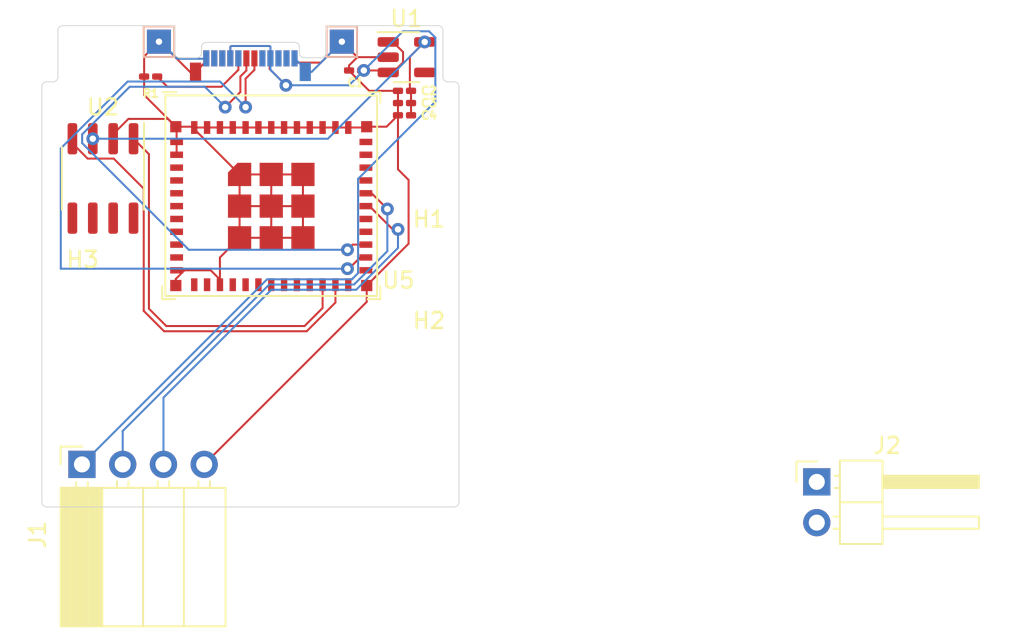
<source format=kicad_pcb>
(kicad_pcb (version 20221018) (generator pcbnew)
  (title_block (title "Expansion Card Template") (rev "X1") (company "Framework") (comment 1 "This work is licensed under a Creative Commons Attribution 4.0 International License") (comment 4 "https://frame.work"))
  (layers (0 "F.Cu" signal) (31 "B.Cu" signal) (34 "B.Paste" user) (35 "F.Paste" user) (36 "B.SilkS" user "B.Silkscreen") (37 "F.SilkS" user "F.Silkscreen") (38 "B.Mask" user) (39 "F.Mask" user) (44 "Edge.Cuts" user))
  (net 0 "")
  (net 1 "GND")
  (net 2 "+3V3")
  (net 3 "VBUS")
  (net 4 "Net-(P1-CC)")
  (net 5 "/D+")
  (net 6 "/D-")
  (net 10 "/SDA")
  (net 11 "/SCL")
  (net 17 "/NPXL")
  (net 27 "/RXD")
  (net 28 "/TXD")
  (net 33 "/CAN_TX")
  (net 34 "/CAN_RX")
  (net 36 "CAN_L")
  (net 38 "+3.3V")
  (net 39 "CAN_H")
  (footprint "Expansion_Card:USB_C_Plug_Molex_105444" (layer "F.Cu") (at 140 129)
    (fp_text reference "P1" hide)
    (fp_text value "USB_C_Plug_USB2.0")
    (fp_line (start -3.35 0) (end -4.3 0) (stroke (width 0.05)) (layer "Edge.Cuts"))
    (fp_line (start -3.05 -0.66) (end -3.05 -0.3) (stroke (width 0.05)) (layer "Edge.Cuts"))
    (fp_line (start -2.75 -0.96) (end 2.75 -0.96) (stroke (width 0.05)) (layer "Edge.Cuts"))
    (fp_line (start 3.05 -0.66) (end 3.05 -0.3) (stroke (width 0.05)) (layer "Edge.Cuts"))
    (fp_line (start 3.35 0) (end 4.3 0) (stroke (width 0.05)) (layer "Edge.Cuts"))
    (fp_arc (start -3.05 -0.66) (mid -2.962132 -0.872132) (end -2.75 -0.96) (stroke (width 0.05)) (layer "Edge.Cuts"))
    (fp_arc (start -3.05 -0.3) (mid -3.137868 -0.087868) (end -3.35 0) (stroke (width 0.05)) (layer "Edge.Cuts"))
    (fp_arc (start 2.75 -0.96) (mid 2.962132 -0.872132) (end 3.05 -0.66) (stroke (width 0.05)) (layer "Edge.Cuts"))
    (fp_arc (start 3.35 0) (mid 3.137868 -0.087868) (end 3.05 -0.3) (stroke (width 0.05)) (layer "Edge.Cuts"))
    (pad "A1" smd rect (at -2.75 0.04) (size 0.38 1) (layers "F.Cu" "F.Paste" "F.Mask") (net 1 "GND"))
    (pad "A2" smd rect (at -2.25 0.04) (size 0.38 1) (layers "F.Cu" "F.Paste" "F.Mask"))
    (pad "A3" smd rect (at -1.75 0.04) (size 0.38 1) (layers "F.Cu" "F.Paste" "F.Mask"))
    (pad "A4" smd rect (at -1.25 0.04) (size 0.38 1) (layers "F.Cu" "F.Paste" "F.Mask") (net 3 "VBUS"))
    (pad "A5" smd rect (at -0.75 0.04) (size 0.38 1) (layers "F.Cu" "F.Paste" "F.Mask") (net 4 "Net-(P1-CC)"))
    (pad "A6" smd rect (at -0.25 0.04) (size 0.38 1) (layers "F.Cu" "F.Paste" "F.Mask") (net 5 "/D+"))
    (pad "A7" smd rect (at 0.25 0.04) (size 0.38 1) (layers "F.Cu" "F.Paste" "F.Mask") (net 6 "/D-"))
    (pad "A8" smd rect (at 0.75 0.04) (size 0.38 1) (layers "F.Cu" "F.Paste" "F.Mask"))
    (pad "A9" smd rect (at 1.25 0.04) (size 0.38 1) (layers "F.Cu" "F.Paste" "F.Mask") (net 3 "VBUS"))
    (pad "A10" smd rect (at 1.75 0.04) (size 0.38 1) (layers "F.Cu" "F.Paste" "F.Mask"))
    (pad "A11" smd rect (at 2.25 0.04) (size 0.38 1) (layers "F.Cu" "F.Paste" "F.Mask"))
    (pad "A12" smd rect (at 2.75 0.04) (size 0.38 1) (layers "F.Cu" "F.Paste" "F.Mask") (net 1 "GND"))
    (pad "B1" smd rect (at 2.75 0.04) (size 0.38 1) (layers "B.Cu" "B.Paste" "B.Mask") (net 1 "GND"))
    (pad "B2" smd rect (at 2.25 0.04) (size 0.38 1) (layers "B.Cu" "B.Paste" "B.Mask"))
    (pad "B3" smd rect (at 1.75 0.04) (size 0.38 1) (layers "B.Cu" "B.Paste" "B.Mask"))
    (pad "B4" smd rect (at 1.25 0.04) (size 0.38 1) (layers "B.Cu" "B.Paste" "B.Mask") (net 3 "VBUS"))
    (pad "B5" smd rect (at 0.75 0.04) (size 0.38 1) (layers "B.Cu" "B.Paste" "B.Mask"))
    (pad "B8" smd rect (at -0.75 0.04) (size 0.38 1) (layers "B.Cu" "B.Paste" "B.Mask"))
    (pad "B9" smd rect (at -1.25 0.04) (size 0.38 1) (layers "B.Cu" "B.Paste" "B.Mask") (net 3 "VBUS"))
    (pad "B10" smd rect (at -1.75 0.04) (size 0.38 1) (layers "B.Cu" "B.Paste" "B.Mask"))
    (pad "B11" smd rect (at -2.25 0.04) (size 0.38 1) (layers "B.Cu" "B.Paste" "B.Mask"))
    (pad "B12" smd rect (at -2.75 0.04) (size 0.38 1) (layers "B.Cu" "B.Paste" "B.Mask") (net 1 "GND"))
    (pad "S1" smd rect (at -3.42 0.88) (size 0.7 1.15) (layers "F.Cu" "F.Paste" "F.Mask") (net 1 "GND"))
    (pad "S1" smd rect (at 3.42 0.88) (size 0.7 1.15) (layers "B.Cu" "B.Paste" "B.Mask") (net 1 "GND"))
  )
  (footprint "TestPoint:TestPoint_Pad_1.5x1.5mm" (layer "F.Cu") (at 134.3 128)
    (fp_text reference "TP1" hide)
    (fp_text value "TestPoint")
    (fp_line (start -0.95 -0.95) (end 0.95 -0.95) (stroke (width 0.12)) (layer "F.SilkS"))
    (fp_line (start -0.95 0.95) (end -0.95 -0.95) (stroke (width 0.12)) (layer "F.SilkS"))
    (fp_line (start 0.95 -0.95) (end 0.95 0.95) (stroke (width 0.12)) (layer "F.SilkS"))
    (fp_line (start 0.95 0.95) (end -0.95 0.95) (stroke (width 0.12)) (layer "F.SilkS"))
    (pad "1" smd rect (at 0 0) (size 1.5 1.5) (layers "F.Cu" "F.Mask") (net 1 "GND"))
  )
  (footprint "TestPoint:TestPoint_Pad_1.5x1.5mm" (layer "F.Cu") (at 145.7 128)
    (fp_text reference "TP3" hide)
    (fp_text value "TestPoint")
    (fp_line (start -0.95 -0.95) (end 0.95 -0.95) (stroke (width 0.12)) (layer "F.SilkS"))
    (fp_line (start -0.95 0.95) (end -0.95 -0.95) (stroke (width 0.12)) (layer "F.SilkS"))
    (fp_line (start 0.95 -0.95) (end 0.95 0.95) (stroke (width 0.12)) (layer "F.SilkS"))
    (fp_line (start 0.95 0.95) (end -0.95 0.95) (stroke (width 0.12)) (layer "F.SilkS"))
    (pad "1" smd rect (at 0 0) (size 1.5 1.5) (layers "F.Cu" "F.Mask") (net 1 "GND"))
  )
  (footprint "Capacitor_SMD:C_0201_0603Metric_Pad0.64x0.40mm_HandSolder" (layer "F.Cu") (at 149.606 131.064 180)
    (fp_text reference "C2" (at -1.524 0) (layer "F.SilkS") (effects (font (size 0.5 0.5) (thickness 0.125))))
    (fp_text value "10uF")
    (pad "1" smd roundrect (at -0.4075 0 180) (size 0.635 0.4) (layers "F.Cu" "F.Mask") (net 2 "+3V3"))
    (pad "2" smd roundrect (at 0.4075 0 180) (size 0.635 0.4) (layers "F.Cu" "F.Mask") (net 1 "GND"))
  )
  (footprint "Capacitor_SMD:C_0201_0603Metric_Pad0.64x0.40mm_HandSolder" (layer "F.Cu") (at 146.558 129.794 180)
    (fp_text reference "C1" (at 0 -0.762) (layer "F.SilkS") (effects (font (size 0.5 0.5) (thickness 0.125))))
    (fp_text value "10uF")
    (pad "1" smd roundrect (at -0.4075 0 180) (size 0.635 0.4) (layers "F.Cu" "F.Mask") (net 3 "VBUS"))
    (pad "2" smd roundrect (at 0.4075 0 180) (size 0.635 0.4) (layers "F.Cu" "F.Mask") (net 1 "GND"))
  )
  (footprint "Resistor_SMD:R_0201_0603Metric_Pad0.64x0.40mm_HandSolder" (layer "F.Cu") (at 133.7825 130.175 180)
    (fp_text reference "R1" (at 0 -1.05) (layer "F.SilkS") (effects (font (size 0.5 0.5) (thickness 0.125))))
    (fp_text value "5.1k")
    (pad "1" smd roundrect (at -0.4075 0 180) (size 0.635 0.4) (layers "F.Cu" "F.Mask") (net 4 "Net-(P1-CC)"))
    (pad "2" smd roundrect (at 0.4075 0 180) (size 0.635 0.4) (layers "F.Cu" "F.Mask") (net 1 "GND"))
  )
  (footprint "Capacitor_SMD:C_0201_0603Metric_Pad0.64x0.40mm_HandSolder" (layer "F.Cu") (at 149.606 131.826 180)
    (fp_text reference "C3" (at -1.524 0) (layer "F.SilkS") (effects (font (size 0.5 0.5) (thickness 0.125))))
    (fp_text value "22uF")
    (pad "1" smd roundrect (at -0.4075 0 180) (size 0.635 0.4) (layers "F.Cu" "F.Mask") (net 2 "+3V3"))
    (pad "2" smd roundrect (at 0.4075 0 180) (size 0.635 0.4) (layers "F.Cu" "F.Mask") (net 1 "GND"))
  )
  (footprint "Capacitor_SMD:C_0201_0603Metric_Pad0.64x0.40mm_HandSolder" (layer "F.Cu") (at 149.606 132.588 180)
    (fp_text reference "C4" (at -1.524 0) (layer "F.SilkS") (effects (font (size 0.5 0.5) (thickness 0.125))))
    (fp_text value "100nF")
    (pad "1" smd roundrect (at -0.4075 0 180) (size 0.635 0.4) (layers "F.Cu" "F.Mask") (net 2 "+3V3"))
    (pad "2" smd roundrect (at 0.4075 0 180) (size 0.635 0.4) (layers "F.Cu" "F.Mask") (net 1 "GND"))
  )
  (footprint "Package_TO_SOT_SMD:SOT-23-5" (layer "F.Cu") (at 149.7275 128.966)
    (fp_text reference "U1" (at 0 -2.4) (layer "F.SilkS"))
    (fp_text value "AP2112K-3.3")
    (fp_line (start 0 -1.56) (end -1.8 -1.56) (stroke (width 0.12)) (layer "F.SilkS"))
    (fp_line (start 0 -1.56) (end 0.8 -1.56) (stroke (width 0.12)) (layer "F.SilkS"))
    (fp_line (start 0 1.56) (end -0.8 1.56) (stroke (width 0.12)) (layer "F.SilkS"))
    (fp_line (start 0 1.56) (end 0.8 1.56) (stroke (width 0.12)) (layer "F.SilkS"))
    (pad "1" smd roundrect (at -1.1375 -0.95) (size 1.325 0.6) (layers "F.Cu" "F.Paste" "F.Mask") (net 3 "VBUS"))
    (pad "2" smd roundrect (at -1.1375 0) (size 1.325 0.6) (layers "F.Cu" "F.Paste" "F.Mask") (net 1 "GND"))
    (pad "3" smd roundrect (at -1.1375 0.95) (size 1.325 0.6) (layers "F.Cu" "F.Paste" "F.Mask") (net 3 "VBUS"))
    (pad "4" smd roundrect (at 1.1375 0.95) (size 1.325 0.6) (layers "F.Cu" "F.Paste" "F.Mask"))
    (pad "5" smd roundrect (at 1.1375 -0.95) (size 1.325 0.6) (layers "F.Cu" "F.Paste" "F.Mask") (net 2 "+3V3"))
  )
  (footprint "Espressif:ESP32-C3-MINI-1U" (layer "F.Cu") (at 141.3 137.55)
    (fp_text reference "U5" (at 7.925 5.325) (layer "F.SilkS"))
    (fp_text value "ESP32-C3-MINI-1")
    (fp_line (start -6.8 5.7) (end -6.8 6.5) (stroke (width 0.12)) (layer "F.SilkS"))
    (fp_line (start -6.8 6.5) (end -6 6.5) (stroke (width 0.12)) (layer "F.SilkS"))
    (fp_line (start -6.6 -6.2) (end 6.6 -6.2) (stroke (width 0.12)) (layer "F.SilkS"))
    (fp_line (start -6.6 6.3) (end -6.6 -6.2) (stroke (width 0.12)) (layer "F.SilkS"))
    (fp_line (start -5.925 -6.4) (end -6.775 -6.4) (stroke (width 0.12)) (layer "F.SilkS"))
    (fp_line (start 6.05 -6.4) (end 6.8 -6.4) (stroke (width 0.12)) (layer "F.SilkS"))
    (fp_line (start 6.6 -6.2) (end 6.6 6.3) (stroke (width 0.12)) (layer "F.SilkS"))
    (fp_line (start 6.6 6.3) (end -6.6 6.3) (stroke (width 0.12)) (layer "F.SilkS"))
    (fp_line (start 6.8 -6.4) (end 6.8 -5.75) (stroke (width 0.12)) (layer "F.SilkS"))
    (fp_line (start 6.8 5.7) (end 6.8 6.5) (stroke (width 0.12)) (layer "F.SilkS"))
    (fp_line (start 6.8 6.5) (end 6 6.5) (stroke (width 0.12)) (layer "F.SilkS"))
    (pad "1" smd rect (at -5.9 -3.3 90) (size 0.4 0.8) (layers "F.Cu" "F.Paste" "F.Mask") (net 1 "GND"))
    (pad "2" smd rect (at -5.9 -2.5 90) (size 0.4 0.8) (layers "F.Cu" "F.Paste" "F.Mask") (net 1 "GND"))
    (pad "3" smd rect (at -5.9 -1.7 90) (size 0.4 0.8) (layers "F.Cu" "F.Paste" "F.Mask") (net 38 "+3.3V"))
    (pad "4" smd rect (at -5.9 -0.9 90) (size 0.4 0.8) (layers "F.Cu" "F.Paste" "F.Mask"))
    (pad "5" smd rect (at -5.9 -0.1 90) (size 0.4 0.8) (layers "F.Cu" "F.Paste" "F.Mask"))
    (pad "6" smd rect (at -5.9 0.7 90) (size 0.4 0.8) (layers "F.Cu" "F.Paste" "F.Mask"))
    (pad "7" smd rect (at -5.9 1.5 90) (size 0.4 0.8) (layers "F.Cu" "F.Paste" "F.Mask"))
    (pad "8" smd rect (at -5.9 2.3 90) (size 0.4 0.8) (layers "F.Cu" "F.Paste" "F.Mask"))
    (pad "9" smd rect (at -5.9 3.1 90) (size 0.4 0.8) (layers "F.Cu" "F.Paste" "F.Mask"))
    (pad "10" smd rect (at -5.9 3.9 90) (size 0.4 0.8) (layers "F.Cu" "F.Paste" "F.Mask"))
    (pad "11" smd rect (at -5.9 4.7 90) (size 0.4 0.8) (layers "F.Cu" "F.Paste" "F.Mask") (net 1 "GND"))
    (pad "12" smd rect (at -4.8 5.6) (size 0.4 0.8) (layers "F.Cu" "F.Paste" "F.Mask"))
    (pad "13" smd rect (at -4 5.6) (size 0.4 0.8) (layers "F.Cu" "F.Paste" "F.Mask"))
    (pad "14" smd rect (at -3.2 5.6) (size 0.4 0.8) (layers "F.Cu" "F.Paste" "F.Mask") (net 1 "GND"))
    (pad "15" smd rect (at -2.4 5.6) (size 0.4 0.8) (layers "F.Cu" "F.Paste" "F.Mask"))
    (pad "16" smd rect (at -1.6 5.6) (size 0.4 0.8) (layers "F.Cu" "F.Paste" "F.Mask") (net 17 "/NPXL"))
    (pad "17" smd rect (at -0.8 5.6) (size 0.4 0.8) (layers "F.Cu" "F.Paste" "F.Mask"))
    (pad "18" smd rect (at 0 5.6) (size 0.4 0.8) (layers "F.Cu" "F.Paste" "F.Mask"))
    (pad "19" smd rect (at 0.8 5.6) (size 0.4 0.8) (layers "F.Cu" "F.Paste" "F.Mask"))
    (pad "20" smd rect (at 1.6 5.6) (size 0.4 0.8) (layers "F.Cu" "F.Paste" "F.Mask") (net 11 "/SCL"))
    (pad "21" smd rect (at 2.4 5.6) (size 0.4 0.8) (layers "F.Cu" "F.Paste" "F.Mask") (net 10 "/SDA"))
    (pad "22" smd rect (at 3.2 5.6) (size 0.4 0.8) (layers "F.Cu" "F.Paste" "F.Mask") (net 33 "/CAN_TX"))
    (pad "23" smd rect (at 4 5.6) (size 0.4 0.8) (layers "F.Cu" "F.Paste" "F.Mask") (net 34 "/CAN_RX"))
    (pad "24" smd rect (at 4.8 5.6) (size 0.4 0.8) (layers "F.Cu" "F.Paste" "F.Mask"))
    (pad "25" smd rect (at 5.9 4.7 90) (size 0.4 0.8) (layers "F.Cu" "F.Paste" "F.Mask"))
    (pad "26" smd rect (at 5.9 3.9 90) (size 0.4 0.8) (layers "F.Cu" "F.Paste" "F.Mask") (net 6 "/D-"))
    (pad "27" smd rect (at 5.9 3.1 90) (size 0.4 0.8) (layers "F.Cu" "F.Paste" "F.Mask") (net 5 "/D+"))
    (pad "28" smd rect (at 5.9 2.3 90) (size 0.4 0.8) (layers "F.Cu" "F.Paste" "F.Mask"))
    (pad "29" smd rect (at 5.9 1.5 90) (size 0.4 0.8) (layers "F.Cu" "F.Paste" "F.Mask"))
    (pad "30" smd rect (at 5.9 0.7 90) (size 0.4 0.8) (layers "F.Cu" "F.Paste" "F.Mask") (net 27 "/RXD"))
    (pad "31" smd rect (at 5.9 -0.1 90) (size 0.4 0.8) (layers "F.Cu" "F.Paste" "F.Mask") (net 28 "/TXD"))
    (pad "32" smd rect (at 5.9 -0.9 90) (size 0.4 0.8) (layers "F.Cu" "F.Paste" "F.Mask"))
    (pad "33" smd rect (at 5.9 -1.7 90) (size 0.4 0.8) (layers "F.Cu" "F.Paste" "F.Mask"))
    (pad "34" smd rect (at 5.9 -2.5 90) (size 0.4 0.8) (layers "F.Cu" "F.Paste" "F.Mask"))
    (pad "35" smd rect (at 5.9 -3.3 90) (size 0.4 0.8) (layers "F.Cu" "F.Paste" "F.Mask"))
    (pad "36" smd rect (at 4.8 -4.2) (size 0.4 0.8) (layers "F.Cu" "F.Paste" "F.Mask") (net 1 "GND"))
    (pad "37" smd rect (at 4 -4.2) (size 0.4 0.8) (layers "F.Cu" "F.Paste" "F.Mask") (net 1 "GND"))
    (pad "38" smd rect (at 3.2 -4.2) (size 0.4 0.8) (layers "F.Cu" "F.Paste" "F.Mask") (net 1 "GND"))
    (pad "39" smd rect (at 2.4 -4.2) (size 0.4 0.8) (layers "F.Cu" "F.Paste" "F.Mask") (net 1 "GND"))
    (pad "40" smd rect (at 1.6 -4.2) (size 0.4 0.8) (layers "F.Cu" "F.Paste" "F.Mask") (net 1 "GND"))
    (pad "41" smd rect (at 0.8 -4.2) (size 0.4 0.8) (layers "F.Cu" "F.Paste" "F.Mask") (net 1 "GND"))
    (pad "42" smd rect (at 0 -4.2) (size 0.4 0.8) (layers "F.Cu" "F.Paste" "F.Mask") (net 1 "GND"))
    (pad "43" smd rect (at -0.8 -4.2) (size 0.4 0.8) (layers "F.Cu" "F.Paste" "F.Mask") (net 1 "GND"))
    (pad "44" smd rect (at -1.6 -4.2) (size 0.4 0.8) (layers "F.Cu" "F.Paste" "F.Mask") (net 1 "GND"))
    (pad "45" smd rect (at -2.4 -4.2) (size 0.4 0.8) (layers "F.Cu" "F.Paste" "F.Mask") (net 1 "GND"))
    (pad "46" smd rect (at -3.2 -4.2) (size 0.4 0.8) (layers "F.Cu" "F.Paste" "F.Mask") (net 1 "GND"))
    (pad "47" smd rect (at -4 -4.2) (size 0.4 0.8) (layers "F.Cu" "F.Paste" "F.Mask") (net 1 "GND"))
    (pad "48" smd rect (at -4.8 -4.2) (size 0.4 0.8) (layers "F.Cu" "F.Paste" "F.Mask") (net 1 "GND"))
    (pad "49" smd custom (at -1.975 -1.275) (size 0.8 0.8) (layers "F.Cu" "F.Paste" "F.Mask") (net 1 "GND") (options (clearance outline) (anchor rect)) (primitives (gr_poly (pts (xy 0.725 0.725) (xy -0.725 0.725) (xy -0.725 -0.125) (xy -0.125 -0.725) (xy 0.725 -0.725)) (width 0) (fill yes))))
    (pad "49" smd rect (at -1.975 0.7 90) (size 1.45 1.45) (layers "F.Cu" "F.Paste" "F.Mask") (net 1 "GND"))
    (pad "49" smd rect (at -1.975 2.675 90) (size 1.45 1.45) (layers "F.Cu" "F.Paste" "F.Mask") (net 1 "GND"))
    (pad "49" smd rect (at 0 -1.275 90) (size 1.45 1.45) (layers "F.Cu" "F.Paste" "F.Mask") (net 1 "GND"))
    (pad "49" smd rect (at 0 0.7 90) (size 1.45 1.45) (layers "F.Cu" "F.Paste" "F.Mask") (net 1 "GND"))
    (pad "49" smd rect (at 0 2.675 90) (size 1.45 1.45) (layers "F.Cu" "F.Paste" "F.Mask") (net 1 "GND"))
    (pad "49" smd rect (at 1.975 -1.275 90) (size 1.45 1.45) (layers "F.Cu" "F.Paste" "F.Mask") (net 1 "GND"))
    (pad "49" smd rect (at 1.975 0.7 90) (size 1.45 1.45) (layers "F.Cu" "F.Paste" "F.Mask") (net 1 "GND"))
    (pad "49" smd rect (at 1.975 2.675 90) (size 1.45 1.45) (layers "F.Cu" "F.Paste" "F.Mask") (net 1 "GND"))
    (pad "50" smd rect (at 5.95 -4.25 90) (size 0.7 0.7) (layers "F.Cu" "F.Paste" "F.Mask") (net 1 "GND"))
    (pad "51" smd rect (at 5.95 5.65 90) (size 0.7 0.7) (layers "F.Cu" "F.Paste" "F.Mask") (net 1 "GND"))
    (pad "52" smd rect (at -5.95 5.65 90) (size 0.7 0.7) (layers "F.Cu" "F.Paste" "F.Mask") (net 1 "GND"))
    (pad "53" smd rect (at -5.95 -4.25 90) (size 0.7 0.7) (layers "F.Cu" "F.Paste" "F.Mask") (net 1 "GND"))
  )
  (footprint "Package_SO:SOIC-8_3.9x4.9mm_P1.27mm" (layer "F.Cu") (at 130.81 136.525 -90)
    (fp_text reference "U2" (at -4.445 0 -180) (layer "F.SilkS"))
    (fp_text value "SN65HVD230")
    (fp_line (start 0 -2.56) (end -3.45 -2.56) (stroke (width 0.12)) (layer "F.SilkS"))
    (fp_line (start 0 -2.56) (end 1.95 -2.56) (stroke (width 0.12)) (layer "F.SilkS"))
    (fp_line (start 0 2.56) (end -1.95 2.56) (stroke (width 0.12)) (layer "F.SilkS"))
    (fp_line (start 0 2.56) (end 1.95 2.56) (stroke (width 0.12)) (layer "F.SilkS"))
    (pad "1" smd roundrect (at -2.475 -1.905 270) (size 1.95 0.6) (layers "F.Cu" "F.Paste" "F.Mask") (net 33 "/CAN_TX"))
    (pad "2" smd roundrect (at -2.475 -0.635 270) (size 1.95 0.6) (layers "F.Cu" "F.Paste" "F.Mask") (net 1 "GND"))
    (pad "3" smd roundrect (at -2.475 0.635 270) (size 1.95 0.6) (layers "F.Cu" "F.Paste" "F.Mask") (net 2 "+3V3"))
    (pad "4" smd roundrect (at -2.475 1.905 270) (size 1.95 0.6) (layers "F.Cu" "F.Paste" "F.Mask") (net 34 "/CAN_RX"))
    (pad "5" smd roundrect (at 2.475 1.905 270) (size 1.95 0.6) (layers "F.Cu" "F.Paste" "F.Mask"))
    (pad "6" smd roundrect (at 2.475 0.635 270) (size 1.95 0.6) (layers "F.Cu" "F.Paste" "F.Mask") (net 36 "CAN_L"))
    (pad "7" smd roundrect (at 2.475 -0.635 270) (size 1.95 0.6) (layers "F.Cu" "F.Paste" "F.Mask") (net 39 "CAN_H"))
    (pad "8" smd roundrect (at 2.475 -1.905 270) (size 1.95 0.6) (layers "F.Cu" "F.Paste" "F.Mask"))
  )
  (footprint "MountingHole:MountingHole_2.2mm_M2" (layer "F.Cu") (at 151.13 135.89)
    (fp_text reference "H1" (at 0 3.175) (layer "F.SilkS"))
    (fp_text value "MountingHole")
    (pad "" np_thru_hole circle (at 0 0) (size 2.2 2.2) (drill 2.2) (layers "*.Cu" "*.Mask"))
  )
  (footprint "Connector_PinSocket_2.54mm:PinSocket_1x04_P2.54mm_Horizontal" (layer "F.Cu") (at 129.5 154.35 90)
    (fp_text reference "J1" (at -4.38 -2.77 90) (layer "F.SilkS"))
    (fp_text value "Conn_01x04")
    (fp_line (start -10.09 -1.33) (end -10.09 8.95) (stroke (width 0.12)) (layer "F.SilkS"))
    (fp_line (start -10.09 -1.33) (end -1.46 -1.33) (stroke (width 0.12)) (layer "F.SilkS"))
    (fp_line (start -10.09 -1.21) (end -1.46 -1.21) (stroke (width 0.12)) (layer "F.SilkS"))
    (fp_line (start -10.09 -1.091905) (end -1.46 -1.091905) (stroke (width 0.12)) (layer "F.SilkS"))
    (fp_line (start -10.09 -0.97381) (end -1.46 -0.97381) (stroke (width 0.12)) (layer "F.SilkS"))
    (fp_line (start -10.09 -0.855715) (end -1.46 -0.855715) (stroke (width 0.12)) (layer "F.SilkS"))
    (fp_line (start -10.09 -0.73762) (end -1.46 -0.73762) (stroke (width 0.12)) (layer "F.SilkS"))
    (fp_line (start -10.09 -0.619525) (end -1.46 -0.619525) (stroke (width 0.12)) (layer "F.SilkS"))
    (fp_line (start -10.09 -0.50143) (end -1.46 -0.50143) (stroke (width 0.12)) (layer "F.SilkS"))
    (fp_line (start -10.09 -0.383335) (end -1.46 -0.383335) (stroke (width 0.12)) (layer "F.SilkS"))
    (fp_line (start -10.09 -0.26524) (end -1.46 -0.26524) (stroke (width 0.12)) (layer "F.SilkS"))
    (fp_line (start -10.09 -0.147145) (end -1.46 -0.147145) (stroke (width 0.12)) (layer "F.SilkS"))
    (fp_line (start -10.09 -0.02905) (end -1.46 -0.02905) (stroke (width 0.12)) (layer "F.SilkS"))
    (fp_line (start -10.09 0.089045) (end -1.46 0.089045) (stroke (width 0.12)) (layer "F.SilkS"))
    (fp_line (start -10.09 0.20714) (end -1.46 0.20714) (stroke (width 0.12)) (layer "F.SilkS"))
    (fp_line (start -10.09 0.325235) (end -1.46 0.325235) (stroke (width 0.12)) (layer "F.SilkS"))
    (fp_line (start -10.09 0.44333) (end -1.46 0.44333) (stroke (width 0.12)) (layer "F.SilkS"))
    (fp_line (start -10.09 0.561425) (end -1.46 0.561425) (stroke (width 0.12)) (layer "F.SilkS"))
    (fp_line (start -10.09 0.67952) (end -1.46 0.67952) (stroke (width 0.12)) (layer "F.SilkS"))
    (fp_line (start -10.09 0.797615) (end -1.46 0.797615) (stroke (width 0.12)) (layer "F.SilkS"))
    (fp_line (start -10.09 0.91571) (end -1.46 0.91571) (stroke (width 0.12)) (layer "F.SilkS"))
    (fp_line (start -10.09 1.033805) (end -1.46 1.033805) (stroke (width 0.12)) (layer "F.SilkS"))
    (fp_line (start -10.09 1.1519) (end -1.46 1.1519) (stroke (width 0.12)) (layer "F.SilkS"))
    (fp_line (start -10.09 1.27) (end -1.46 1.27) (stroke (width 0.12)) (layer "F.SilkS"))
    (fp_line (start -10.09 3.81) (end -1.46 3.81) (stroke (width 0.12)) (layer "F.SilkS"))
    (fp_line (start -10.09 6.35) (end -1.46 6.35) (stroke (width 0.12)) (layer "F.SilkS"))
    (fp_line (start -10.09 8.95) (end -1.46 8.95) (stroke (width 0.12)) (layer "F.SilkS"))
    (fp_line (start -1.46 -1.33) (end -1.46 8.95) (stroke (width 0.12)) (layer "F.SilkS"))
    (fp_line (start -1.46 -0.36) (end -1.11 -0.36) (stroke (width 0.12)) (layer "F.SilkS"))
    (fp_line (start -1.46 0.36) (end -1.11 0.36) (stroke (width 0.12)) (layer "F.SilkS"))
    (fp_line (start -1.46 2.18) (end -1.05 2.18) (stroke (width 0.12)) (layer "F.SilkS"))
    (fp_line (start -1.46 2.9) (end -1.05 2.9) (stroke (width 0.12)) (layer "F.SilkS"))
    (fp_line (start -1.46 4.72) (end -1.05 4.72) (stroke (width 0.12)) (layer "F.SilkS"))
    (fp_line (start -1.46 5.44) (end -1.05 5.44) (stroke (width 0.12)) (layer "F.SilkS"))
    (fp_line (start -1.46 7.26) (end -1.05 7.26) (stroke (width 0.12)) (layer "F.SilkS"))
    (fp_line (start -1.46 7.98) (end -1.05 7.98) (stroke (width 0.12)) (layer "F.SilkS"))
    (fp_line (start 0 -1.33) (end 1.11 -1.33) (stroke (width 0.12)) (layer "F.SilkS"))
    (fp_line (start 1.11 -1.33) (end 1.11 0) (stroke (width 0.12)) (layer "F.SilkS"))
    (pad "1" thru_hole rect (at 0 0 90) (size 1.7 1.7) (drill 1) (layers "*.Cu" "*.Mask") (net 3 "VBUS"))
    (pad "2" thru_hole oval (at 0 2.54 90) (size 1.7 1.7) (drill 1) (layers "*.Cu" "*.Mask") (net 28 "/TXD"))
    (pad "3" thru_hole oval (at 0 5.08 90) (size 1.7 1.7) (drill 1) (layers "*.Cu" "*.Mask") (net 27 "/RXD"))
    (pad "4" thru_hole oval (at 0 7.62 90) (size 1.7 1.7) (drill 1) (layers "*.Cu" "*.Mask") (net 1 "GND"))
  )
  (footprint "Connector_PinHeader_2.54mm:PinHeader_1x02_P2.54mm_Horizontal" (layer "F.Cu") (at 175.305 155.44)
    (fp_text reference "J2" (at 4.385 -2.27) (layer "F.SilkS"))
    (fp_text value "Screw_Terminal_01x02")
    (fp_line (start -1.27 -1.27) (end 0 -1.27) (stroke (width 0.12)) (layer "F.SilkS"))
    (fp_line (start -1.27 0) (end -1.27 -1.27) (stroke (width 0.12)) (layer "F.SilkS"))
    (fp_line (start 1.042929 2.16) (end 1.44 2.16) (stroke (width 0.12)) (layer "F.SilkS"))
    (fp_line (start 1.042929 2.92) (end 1.44 2.92) (stroke (width 0.12)) (layer "F.SilkS"))
    (fp_line (start 1.11 -0.38) (end 1.44 -0.38) (stroke (width 0.12)) (layer "F.SilkS"))
    (fp_line (start 1.11 0.38) (end 1.44 0.38) (stroke (width 0.12)) (layer "F.SilkS"))
    (fp_line (start 1.44 -1.33) (end 1.44 3.87) (stroke (width 0.12)) (layer "F.SilkS"))
    (fp_line (start 1.44 1.27) (end 4.1 1.27) (stroke (width 0.12)) (layer "F.SilkS"))
    (fp_line (start 1.44 3.87) (end 4.1 3.87) (stroke (width 0.12)) (layer "F.SilkS"))
    (fp_line (start 4.1 -1.33) (end 1.44 -1.33) (stroke (width 0.12)) (layer "F.SilkS"))
    (fp_line (start 4.1 -0.38) (end 10.1 -0.38) (stroke (width 0.12)) (layer "F.SilkS"))
    (fp_line (start 4.1 -0.32) (end 10.1 -0.32) (stroke (width 0.12)) (layer "F.SilkS"))
    (fp_line (start 4.1 -0.2) (end 10.1 -0.2) (stroke (width 0.12)) (layer "F.SilkS"))
    (fp_line (start 4.1 -0.08) (end 10.1 -0.08) (stroke (width 0.12)) (layer "F.SilkS"))
    (fp_line (start 4.1 0.04) (end 10.1 0.04) (stroke (width 0.12)) (layer "F.SilkS"))
    (fp_line (start 4.1 0.16) (end 10.1 0.16) (stroke (width 0.12)) (layer "F.SilkS"))
    (fp_line (start 4.1 0.28) (end 10.1 0.28) (stroke (width 0.12)) (layer "F.SilkS"))
    (fp_line (start 4.1 2.16) (end 10.1 2.16) (stroke (width 0.12)) (layer "F.SilkS"))
    (fp_line (start 4.1 3.87) (end 4.1 -1.33) (stroke (width 0.12)) (layer "F.SilkS"))
    (fp_line (start 10.1 -0.38) (end 10.1 0.38) (stroke (width 0.12)) (layer "F.SilkS"))
    (fp_line (start 10.1 0.38) (end 4.1 0.38) (stroke (width 0.12)) (layer "F.SilkS"))
    (fp_line (start 10.1 2.16) (end 10.1 2.92) (stroke (width 0.12)) (layer "F.SilkS"))
    (fp_line (start 10.1 2.92) (end 4.1 2.92) (stroke (width 0.12)) (layer "F.SilkS"))
    (pad "1" thru_hole rect (at 0 0) (size 1.7 1.7) (drill 1) (layers "*.Cu" "*.Mask") (net 36 "CAN_L"))
    (pad "2" thru_hole oval (at 0 2.54) (size 1.7 1.7) (drill 1) (layers "*.Cu" "*.Mask") (net 39 "CAN_H"))
  )
  (footprint "MountingHole:MountingHole_2.2mm_M2" (layer "F.Cu") (at 151.13 148.59)
    (fp_text reference "H2" (at 0 -3.2) (layer "F.SilkS"))
    (fp_text value "MountingHole")
    (pad "" np_thru_hole circle (at 0 0) (size 2.2 2.2) (drill 2.2) (layers "*.Cu" "*.Mask"))
  )
  (footprint "MountingHole:MountingHole_2.2mm_M2" (layer "F.Cu") (at 129.54 144.78)
    (fp_text reference "H3" (at 0 -3.2) (layer "F.SilkS"))
    (fp_text value "MountingHole")
    (pad "" np_thru_hole circle (at 0 0) (size 2.2 2.2) (drill 2.2) (layers "*.Cu" "*.Mask"))
  )
  (footprint "TestPoint:TestPoint_Pad_1.5x1.5mm" (layer "B.Cu") (at 134.3 128)
    (fp_text reference "TP2" hide)
    (fp_text value "TestPoint")
    (fp_line (start -0.95 -0.95) (end -0.95 0.95) (stroke (width 0.12)) (layer "B.SilkS"))
    (fp_line (start -0.95 0.95) (end 0.95 0.95) (stroke (width 0.12)) (layer "B.SilkS"))
    (fp_line (start 0.95 -0.95) (end -0.95 -0.95) (stroke (width 0.12)) (layer "B.SilkS"))
    (fp_line (start 0.95 0.95) (end 0.95 -0.95) (stroke (width 0.12)) (layer "B.SilkS"))
    (pad "1" smd rect (at 0 0) (size 1.5 1.5) (layers "B.Cu" "B.Mask") (net 1 "GND"))
  )
  (footprint "TestPoint:TestPoint_Pad_1.5x1.5mm" (layer "B.Cu") (at 145.7 128)
    (fp_text reference "TP4" hide)
    (fp_text value "TestPoint")
    (fp_line (start -0.95 -0.95) (end -0.95 0.95) (stroke (width 0.12)) (layer "B.SilkS"))
    (fp_line (start -0.95 0.95) (end 0.95 0.95) (stroke (width 0.12)) (layer "B.SilkS"))
    (fp_line (start 0.95 -0.95) (end -0.95 -0.95) (stroke (width 0.12)) (layer "B.SilkS"))
    (fp_line (start 0.95 0.95) (end 0.95 -0.95) (stroke (width 0.12)) (layer "B.SilkS"))
    (pad "1" smd rect (at 0 0) (size 1.5 1.5) (layers "B.Cu" "B.Mask") (net 1 "GND"))
  )
  (gr_line (start 153 130.8) (end 153 156.7) (stroke (width 0.05)) (layer "Edge.Cuts"))
  (gr_line (start 127.3 157) (end 152.7 157) (stroke (width 0.05)) (layer "Edge.Cuts"))
  (gr_arc (start 144.7 128.7) (mid 144.612132 128.912132) (end 144.4 129) (stroke (width 0.05)) (layer "Edge.Cuts"))
  (gr_arc (start 135 127) (mid 135.212132 127.087868) (end 135.3 127.3) (stroke (width 0.05)) (layer "Edge.Cuts"))
  (gr_line (start 144.7 128.7) (end 144.7 127.3) (stroke (width 0.05)) (layer "Edge.Cuts"))
  (gr_arc (start 144.7 127.3) (mid 144.787868 127.087868) (end 145 127) (stroke (width 0.05)) (layer "Edge.Cuts"))
  (gr_line (start 135 127) (end 128.3 127) (stroke (width 0.05)) (layer "Edge.Cuts"))
  (gr_line (start 145 127) (end 151.7 127) (stroke (width 0.05)) (layer "Edge.Cuts"))
  (gr_arc (start 127.3 157) (mid 127.087868 156.912132) (end 127 156.7) (stroke (width 0.05)) (layer "Edge.Cuts"))
  (gr_line (start 144.3 129) (end 144.4 129) (stroke (width 0.05)) (layer "Edge.Cuts"))
  (gr_arc (start 128 127.3) (mid 128.087868 127.087868) (end 128.3 127) (stroke (width 0.05)) (layer "Edge.Cuts"))
  (gr_line (start 128 130.2) (end 128 127.3) (stroke (width 0.05)) (layer "Edge.Cuts"))
  (gr_arc (start 128 130.2) (mid 127.912132 130.412132) (end 127.7 130.5) (stroke (width 0.05)) (layer "Edge.Cuts"))
  (gr_arc (start 127 130.8) (mid 127.087868 130.587868) (end 127.3 130.5) (stroke (width 0.05)) (layer "Edge.Cuts"))
  (gr_line (start 127.3 130.5) (end 127.7 130.5) (stroke (width 0.05)) (layer "Edge.Cuts"))
  (gr_line (start 152 130.2) (end 152 127.3) (stroke (width 0.05)) (layer "Edge.Cuts"))
  (gr_arc (start 152.7 130.5) (mid 152.912132 130.587868) (end 153 130.8) (stroke (width 0.05)) (layer "Edge.Cuts"))
  (gr_arc (start 152.3 130.5) (mid 152.087868 130.412132) (end 152 130.2) (stroke (width 0.05)) (layer "Edge.Cuts"))
  (gr_line (start 152.3 130.5) (end 152.7 130.5) (stroke (width 0.05)) (layer "Edge.Cuts"))
  (gr_arc (start 153 156.7) (mid 152.912132 156.912132) (end 152.7 157) (stroke (width 0.05)) (layer "Edge.Cuts"))
  (gr_arc (start 151.7 127) (mid 151.912132 127.087868) (end 152 127.3) (stroke (width 0.05)) (layer "Edge.Cuts"))
  (gr_line (start 135.6 129) (end 135.7 129) (stroke (width 0.05)) (layer "Edge.Cuts"))
  (gr_line (start 135.3 128.7) (end 135.3 127.3) (stroke (width 0.05)) (layer "Edge.Cuts"))
  (gr_line (start 127 130.8) (end 127 156.7) (stroke (width 0.05)) (layer "Edge.Cuts"))
  (gr_arc (start 135.6 129) (mid 135.387868 128.912132) (end 135.3 128.7) (stroke (width 0.05)) (layer "Edge.Cuts"))
  (segment (start 135.89 142.25) (end 135.4 142.25) (width 0.125) (layer "F.Cu") (net 1))
  (segment (start 135.4 133.35) (end 135.35 133.3) (width 0.125) (layer "F.Cu") (net 1))
  (segment (start 137.25 129.21) (end 136.58 129.88) (width 0.125) (layer "F.Cu") (net 1))
  (segment (start 148.4865 133.3) (end 149.1985 132.588) (width 0.125) (layer "F.Cu") (net 1))
  (segment (start 133.375 128.925) (end 133.375 129.54) (width 0.125) (layer "F.Cu") (net 1))
  (segment (start 147.25 143.2) (end 149.86 140.59) (width 0.125) (layer "F.Cu") (net 1))
  (segment (start 138.1 141.45) (end 138.1 143.15) (width 0.125) (layer "F.Cu") (net 1))
  (segment (start 139.325 140.225) (end 143.275 140.225) (width 0.125) (layer "F.Cu") (net 1))
  (segment (start 136.5 133.45) (end 136.5 133.35) (width 0.125) (layer "F.Cu") (net 1))
  (segment (start 139.325 136.275) (end 143.275 136.275) (width 0.125) (layer "F.Cu") (net 1))
  (segment (start 147.2 133.35) (end 147.25 133.3) (width 0.125) (layer "F.Cu") (net 1))
  (segment (start 147.25 133.3) (end 148.4865 133.3) (width 0.125) (layer "F.Cu") (net 1))
  (segment (start 134.3 128) (end 134.35 128) (width 0.125) (layer "F.Cu") (net 1))
  (segment (start 149.1985 131.064) (end 147.405348 131.064) (width 0.125) (layer "F.Cu") (net 1))
  (segment (start 138.1 143.15) (end 138.1 142.825) (width 0.125) (layer "F.Cu") (net 1))
  (segment (start 138.1 142.825) (end 137.525 142.25) (width 0.125) (layer "F.Cu") (net 1))
  (segment (start 146.666 128.966) (end 145.7 128) (width 0.125) (layer "F.Cu") (net 1))
  (segment (start 146.1505 129.794) (end 146.1505 129.4815) (width 0.125) (layer "F.Cu") (net 1))
  (segment (start 149.86 140.59) (end 149.86 136.617577) (width 0.125) (layer "F.Cu") (net 1))
  (segment (start 147.405348 131.064) (end 146.1505 129.809152) (width 0.125) (layer "F.Cu") (net 1))
  (segment (start 139.325 136.275) (end 136.5 133.45) (width 0.125) (layer "F.Cu") (net 1))
  (segment (start 136.23 129.88) (end 136.58 129.88) (width 0.125) (layer "F.Cu") (net 1))
  (segment (start 141.3 136.275) (end 141.3 140.225) (width 0.125) (layer "F.Cu") (net 1))
  (segment (start 131.445 134.05) (end 131.445 133.761637) (width 0.125) (layer "F.Cu") (net 1))
  (segment (start 149.86 136.617577) (end 149.1985 135.956077) (width 0.125) (layer "F.Cu") (net 1))
  (segment (start 139.325 140.225) (end 139.325 136.275) (width 0.125) (layer "F.Cu") (net 1))
  (segment (start 137.12 154.35) (end 147.25 144.22) (width 0.125) (layer "F.Cu") (net 1))
  (segment (start 137.525 142.25) (end 135.89 142.25) (width 0.125) (layer "F.Cu") (net 1))
  (segment (start 134.8625 132.8125) (end 135.35 133.3) (width 0.125) (layer "F.Cu") (net 1))
  (segment (start 149.1985 131.826) (end 149.1985 131.064) (width 0.125) (layer "F.Cu") (net 1))
  (segment (start 149.1985 135.956077) (end 149.1985 132.588) (width 0.125) (layer "F.Cu") (net 1))
  (segment (start 149.1985 131.826) (end 149.1985 132.588) (width 0.125) (layer "F.Cu") (net 1))
  (segment (start 135.35 142.79) (end 135.35 143.2) (width 0.125) (layer "F.Cu") (net 1))
  (segment (start 142.75 129.04) (end 142.75 129.305) (width 0.125) (layer "F.Cu") (net 1))
  (segment (start 133.375 129.54) (end 133.375 131.325) (width 0.125) (layer "F.Cu") (net 1))
  (segment (start 131.445 133.761637) (end 132.394137 132.8125) (width 0.125) (layer "F.Cu") (net 1))
  (segment (start 134.3 128) (end 133.375 128.925) (width 0.125) (layer "F.Cu") (net 1))
  (segment (start 146.1505 129.4815) (end 146.666 128.966) (width 0.125) (layer "F.Cu") (net 1))
  (segment (start 139.325 140.225) (end 138.1 141.45) (width 0.125) (layer "F.Cu") (net 1))
  (segment (start 136.5 133.35) (end 147.2 133.35) (width 0.125) (layer "F.Cu") (net 1))
  (segment (start 146.1505 129.809152) (end 146.1505 129.794) (width 0.125) (layer "F.Cu") (net 1))
  (segment (start 144.395 129.305) (end 145.7 128) (width 0.125) (layer "F.Cu") (net 1))
  (segment (start 137.25 129.04) (end 137.25 129.21) (width 0.125) (layer "F.Cu") (net 1))
  (segment (start 135.4 135.05) (end 135.4 133.35) (width 0.125) (layer "F.Cu") (net 1))
  (segment (start 134.35 128) (end 136.23 129.88) (width 0.125) (layer "F.Cu") (net 1))
  (segment (start 133.375 131.325) (end 135.35 133.3) (width 0.125) (layer "F.Cu") (net 1))
  (segment (start 136.45 133.3) (end 136.5 133.35) (width 0.125) (layer "F.Cu") (net 1))
  (segment (start 143.275 140.225) (end 143.275 136.275) (width 0.125) (layer "F.Cu") (net 1))
  (segment (start 135.35 133.3) (end 136.45 133.3) (width 0.125) (layer "F.Cu") (net 1))
  (segment (start 136.5 129.96) (end 136.58 129.88) (width 0.125) (layer "F.Cu") (net 1))
  (segment (start 142.75 129.305) (end 144.395 129.305) (width 0.125) (layer "F.Cu") (net 1))
  (segment (start 139.325 138.25) (end 143.275 138.25) (width 0.125) (layer "F.Cu") (net 1))
  (segment (start 147.25 144.22) (end 147.25 143.2) (width 0.125) (layer "F.Cu") (net 1))
  (segment (start 135.89 142.25) (end 135.35 142.79) (width 0.125) (layer "F.Cu") (net 1))
  (segment (start 132.394137 132.8125) (end 134.8625 132.8125) (width 0.125) (layer "F.Cu") (net 1))
  (segment (start 148.59 128.966) (end 146.666 128.966) (width 0.125) (layer "F.Cu") (net 1))
  (via (at 145.7 128) (size 0.8) (drill 0.4) (layers "F.Cu" "B.Cu") (net 1))
  (via (at 134.3 128) (size 0.8) (drill 0.4) (layers "F.Cu" "B.Cu") (net 1))
  (segment (start 143.82 129.88) (end 145.7 128) (width 0.125) (layer "B.Cu") (net 1))
  (segment (start 134.3 128) (end 134.384352 128) (width 0.125) (layer "B.Cu") (net 1))
  (segment (start 137.226033 129.063967) (end 137.25 129.04) (width 0.125) (layer "B.Cu") (net 1))
  (segment (start 143.42 129.71) (end 142.75 129.04) (width 0.125) (layer "B.Cu") (net 1))
  (segment (start 143.42 129.88) (end 143.42 129.71) (width 0.125) (layer "B.Cu") (net 1))
  (segment (start 134.384352 128) (end 135.448319 129.063967) (width 0.125) (layer "B.Cu") (net 1))
  (segment (start 143.42 129.88) (end 143.82 129.88) (width 0.125) (layer "B.Cu") (net 1))
  (segment (start 135.448319 129.063967) (end 137.226033 129.063967) (width 0.125) (layer "B.Cu") (net 1))
  (segment (start 149.94 130.9905) (end 150.0135 131.064) (width 0.125) (layer "F.Cu") (net 2))
  (segment (start 150.0135 131.826) (end 150.0135 132.588) (width 0.125) (layer "F.Cu") (net 2))
  (segment (start 150.0135 131.826) (end 150.0135 131.064) (width 0.125) (layer "F.Cu") (net 2))
  (segment (start 149.94 128.941) (end 149.94 130.9905) (width 0.125) (layer "F.Cu") (net 2))
  (segment (start 150.865 128.016) (end 149.94 128.941) (width 0.125) (layer "F.Cu") (net 2))
  (via (at 130.175 134.05) (size 0.8) (drill 0.4) (layers "F.Cu" "B.Cu") (net 2))
  (via (at 150.865 128.016) (size 0.8) (drill 0.4) (layers "F.Cu" "B.Cu") (net 2))
  (segment (start 144.831 134.05) (end 130.175 134.05) (width 0.125) (layer "B.Cu") (net 2))
  (segment (start 150.865 128.016) (end 144.831 134.05) (width 0.125) (layer "B.Cu") (net 2))
  (segment (start 148.468 129.794) (end 148.59 129.916) (width 0.125) (layer "F.Cu") (net 3))
  (segment (start 141.2025 129.0875) (end 141.25 129.04) (width 0.125) (layer "F.Cu") (net 3))
  (segment (start 146.9655 129.794) (end 147.0675 129.794) (width 0.125) (layer "F.Cu") (net 3))
  (segment (start 146.9655 129.794) (end 148.468 129.794) (width 0.125) (layer "F.Cu") (net 3))
  (segment (start 141.25 128.325) (end 141.25 129.04) (width 0.125) (layer "F.Cu") (net 3))
  (segment (start 149.515 129.286863) (end 148.885863 129.916) (width 0.125) (layer "F.Cu") (net 3))
  (segment (start 138.75 129.04) (end 138.75 128.325) (width 0.125) (layer "F.Cu") (net 3))
  (segment (start 138.805 128.27) (end 141.195 128.27) (width 0.125) (layer "F.Cu") (net 3))
  (segment (start 138.75 128.325) (end 138.805 128.27) (width 0.125) (layer "F.Cu") (net 3))
  (segment (start 142.2125 130.7175) (end 141.2025 129.7075) (width 0.125) (layer "F.Cu") (net 3))
  (segment (start 148.885863 128.016) (end 149.515 128.645137) (width 0.125) (layer "F.Cu") (net 3))
  (segment (start 148.885863 129.916) (end 148.59 129.916) (width 0.125) (layer "F.Cu") (net 3))
  (segment (start 141.195 128.27) (end 141.25 128.325) (width 0.125) (layer "F.Cu") (net 3))
  (segment (start 148.59 128.016) (end 148.885863 128.016) (width 0.125) (layer "F.Cu") (net 3))
  (segment (start 149.515 128.645137) (end 149.515 129.286863) (width 0.125) (layer "F.Cu") (net 3))
  (segment (start 147.0675 129.794) (end 147.069529 129.791971) (width 0.125) (layer "F.Cu") (net 3))
  (segment (start 141.2025 129.7075) (end 141.2025 129.0875) (width 0.125) (layer "F.Cu") (net 3))
  (via (at 142.2125 130.7175) (size 0.8) (drill 0.4) (layers "F.Cu" "B.Cu") (net 3))
  (via (at 147.069529 129.791971) (size 0.8) (drill 0.4) (layers "F.Cu" "B.Cu") (net 3))
  (segment (start 151.5275 131.7375) (end 151.5275 127.741583) (width 0.125) (layer "B.Cu") (net 3))
  (segment (start 141.195 128.27) (end 138.805 128.27) (width 0.125) (layer "B.Cu") (net 3))
  (segment (start 146.144 130.7175) (end 142.2125 130.7175) (width 0.125) (layer "B.Cu") (net 3))
  (segment (start 141.25 129.04) (end 141.25 128.325) (width 0.125) (layer "B.Cu") (net 3))
  (segment (start 138.75 128.325) (end 138.75 129.04) (width 0.125) (layer "B.Cu") (net 3))
  (segment (start 147.069529 129.791971) (end 146.144 130.7175) (width 0.125) (layer "B.Cu") (net 3))
  (segment (start 149.508 127.3535) (end 147.069529 129.791971) (width 0.125) (layer "B.Cu") (net 3))
  (segment (start 146.7125 136.5525) (end 151.5275 131.7375) (width 0.125) (layer "B.Cu") (net 3))
  (segment (start 141.25 128.325) (end 141.195 128.27) (width 0.125) (layer "B.Cu") (net 3))
  (segment (start 151.5275 127.741583) (end 151.139417 127.3535) (width 0.125) (layer "B.Cu") (net 3))
  (segment (start 141.25 129.755) (end 141.25 129.04) (width 0.125) (layer "B.Cu") (net 3))
  (segment (start 146.7125 142.424915) (end 146.7125 136.5525) (width 0.125) (layer "B.Cu") (net 3))
  (segment (start 138.805 128.27) (end 138.75 128.325) (width 0.125) (layer "B.Cu") (net 3))
  (segment (start 129.5 154.35) (end 141.037002 142.812998) (width 0.125) (layer "B.Cu") (net 3))
  (segment (start 142.2125 130.7175) (end 141.25 129.755) (width 0.125) (layer "B.Cu") (net 3))
  (segment (start 146.324417 142.812998) (end 146.7125 142.424915) (width 0.125) (layer "B.Cu") (net 3))
  (segment (start 141.037002 142.812998) (end 146.324417 142.812998) (width 0.125) (layer "B.Cu") (net 3))
  (segment (start 151.139417 127.3535) (end 149.508 127.3535) (width 0.125) (layer "B.Cu") (net 3))
  (segment (start 134.825 130.81) (end 134.19 130.175) (width 0.125) (layer "F.Cu") (net 4))
  (segment (start 138.195 130.81) (end 134.825 130.81) (width 0.125) (layer "F.Cu") (net 4))
  (segment (start 139.25 129.04) (end 139.25 129.755) (width 0.125) (layer "F.Cu") (net 4))
  (segment (start 139.25 129.755) (end 138.195 130.81) (width 0.125) (layer "F.Cu") (net 4))
  (segment (start 138.43 132.08) (end 139.375 131.135) (width 0.125) (layer "F.Cu") (net 5))
  (segment (start 146.05 140.97) (end 146.37 140.65) (width 0.125) (layer "F.Cu") (net 5))
  (segment (start 146.37 140.65) (end 147.2 140.65) (width 0.125) (layer "F.Cu") (net 5))
  (segment (start 139.75 129.79538) (end 139.75 129.04) (width 0.125) (layer "F.Cu") (net 5))
  (segment (start 139.375 130.17038) (end 139.75 129.79538) (width 0.125) (layer "F.Cu") (net 5))
  (segment (start 139.375 131.135) (end 139.375 130.17038) (width 0.125) (layer "F.Cu") (net 5))
  (via (at 138.43 132.08) (size 0.8) (drill 0.4) (layers "F.Cu" "B.Cu") (net 5))
  (via (at 146.05 140.97) (size 0.8) (drill 0.4) (layers "F.Cu" "B.Cu") (net 5))
  (segment (start 138.43 132.08) (end 137.16 130.81) (width 0.125) (layer "B.Cu") (net 5))
  (segment (start 129.5125 134.324417) (end 136.158083 140.97) (width 0.125) (layer "B.Cu") (net 5))
  (segment (start 137.16 130.81) (end 132.478083 130.81) (width 0.125) (layer "B.Cu") (net 5))
  (segment (start 129.5125 133.775583) (end 129.5125 134.324417) (width 0.125) (layer "B.Cu") (net 5))
  (segment (start 136.158083 140.97) (end 146.05 140.97) (width 0.125) (layer "B.Cu") (net 5))
  (segment (start 132.478083 130.81) (end 129.5125 133.775583) (width 0.125) (layer "B.Cu") (net 5))
  (segment (start 146.84 141.45) (end 146.139502 142.150498) (width 0.125) (layer "F.Cu") (net 6))
  (segment (start 139.7 132.08) (end 139.7 130.305) (width 0.125) (layer "F.Cu") (net 6))
  (segment (start 140.25 129.755) (end 140.25 129.04) (width 0.125) (layer "F.Cu") (net 6))
  (segment (start 139.7 130.305) (end 140.25 129.755) (width 0.125) (layer "F.Cu") (net 6))
  (segment (start 147.2 141.45) (end 146.84 141.45) (width 0.125) (layer "F.Cu") (net 6))
  (segment (start 146.139502 142.150498) (end 146.05 142.150498) (width 0.125) (layer "F.Cu") (net 6))
  (via (at 146.05 142.150498) (size 0.8) (drill 0.4) (layers "F.Cu" "B.Cu") (net 6))
  (via (at 139.7 132.08) (size 0.8) (drill 0.4) (layers "F.Cu" "B.Cu") (net 6))
  (segment (start 138.105 130.485) (end 132.343463 130.485) (width 0.125) (layer "B.Cu") (net 6))
  (segment (start 128.180498 142.150498) (end 146.05 142.150498) (width 0.125) (layer "B.Cu") (net 6))
  (segment (start 139.7 132.08) (end 138.105 130.485) (width 0.125) (layer "B.Cu") (net 6))
  (segment (start 128.180498 134.647965) (end 128.180498 142.150498) (width 0.125) (layer "B.Cu") (net 6))
  (segment (start 132.343463 130.485) (end 128.180498 134.647965) (width 0.125) (layer "B.Cu") (net 6))
  (segment (start 149.1985 139.7) (end 148.869583 139.7) (width 0.125) (layer "F.Cu") (net 27))
  (segment (start 148.869583 139.7) (end 147.419583 138.25) (width 0.125) (layer "F.Cu") (net 27))
  (segment (start 147.419583 138.25) (end 147.2 138.25) (width 0.125) (layer "F.Cu") (net 27))
  (via (at 149.1985 139.7) (size 0.8) (drill 0.4) (layers "F.Cu" "B.Cu") (net 27))
  (segment (start 134.58 150.18924) (end 141.306242 143.462998) (width 0.125) (layer "B.Cu") (net 27))
  (segment (start 146.593656 143.462998) (end 149.1985 140.858154) (width 0.125) (layer "B.Cu") (net 27))
  (segment (start 141.306242 143.462998) (end 146.593656 143.462998) (width 0.125) (layer "B.Cu") (net 27))
  (segment (start 149.1985 140.858154) (end 149.1985 139.7) (width 0.125) (layer "B.Cu") (net 27))
  (segment (start 134.58 154.35) (end 134.58 150.18924) (width 0.125) (layer "B.Cu") (net 27))
  (segment (start 147.5565 137.45) (end 148.5365 138.43) (width 0.125) (layer "F.Cu") (net 28))
  (segment (start 147.2 137.45) (end 147.5565 137.45) (width 0.125) (layer "F.Cu") (net 28))
  (via (at 148.5365 138.43) (size 0.8) (drill 0.4) (layers "F.Cu" "B.Cu") (net 28))
  (segment (start 141.171622 143.137998) (end 132.04 152.26962) (width 0.125) (layer "B.Cu") (net 28))
  (segment (start 132.04 152.26962) (end 132.04 154.35) (width 0.125) (layer "B.Cu") (net 28))
  (segment (start 148.5365 138.43) (end 148.5365 141.060534) (width 0.125) (layer "B.Cu") (net 28))
  (segment (start 148.5365 141.060534) (end 146.459036 143.137998) (width 0.125) (layer "B.Cu") (net 28))
  (segment (start 146.459036 143.137998) (end 141.171622 143.137998) (width 0.125) (layer "B.Cu") (net 28))
  (segment (start 134.75462 145.725) (end 133.675 144.64538) (width 0.125) (layer "F.Cu") (net 33))
  (segment (start 144.5 144.60038) (end 143.37538 145.725) (width 0.125) (layer "F.Cu") (net 33))
  (segment (start 133.675 135.01) (end 132.715 134.05) (width 0.125) (layer "F.Cu") (net 33))
  (segment (start 133.675 144.64538) (end 133.675 135.01) (width 0.125) (layer "F.Cu") (net 33))
  (segment (start 143.37538 145.725) (end 134.75462 145.725) (width 0.125) (layer "F.Cu") (net 33))
  (segment (start 144.5 143.15) (end 144.5 144.60038) (width 0.125) (layer "F.Cu") (net 33))
  (segment (start 129.854137 135.2875) (end 131.4775 135.2875) (width 0.125) (layer "F.Cu") (net 34))
  (segment (start 133.35 137.16) (end 133.35 144.78) (width 0.125) (layer "F.Cu") (net 34))
  (segment (start 128.905 134.05) (end 128.905 134.338363) (width 0.125) (layer "F.Cu") (net 34))
  (segment (start 128.905 134.338363) (end 129.854137 135.2875) (width 0.125) (layer "F.Cu") (net 34))
  (segment (start 143.51 146.05) (end 145.3 144.26) (width 0.125) (layer "F.Cu") (net 34))
  (segment (start 133.35 144.78) (end 134.62 146.05) (width 0.125) (layer "F.Cu") (net 34))
  (segment (start 134.62 146.05) (end 143.51 146.05) (width 0.125) (layer "F.Cu") (net 34))
  (segment (start 131.4775 135.2875) (end 133.35 137.16) (width 0.125) (layer "F.Cu") (net 34))
  (segment (start 145.3 144.26) (end 145.3 143.15) (width 0.125) (layer "F.Cu") (net 34))
)
</source>
